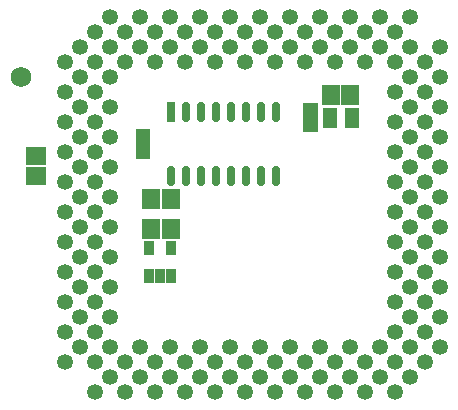
<source format=gbs>
G04 Layer_Color=8150272*
%FSLAX24Y24*%
%MOIN*%
G70*
G01*
G75*
%ADD29R,0.0612X0.0651*%
%ADD30C,0.0530*%
%ADD31C,0.0680*%
%ADD32R,0.0493X0.0651*%
%ADD33R,0.0297X0.0671*%
%ADD34O,0.0297X0.0671*%
%ADD35R,0.0592X0.0651*%
%ADD36R,0.0336X0.0513*%
%ADD37R,0.0480X0.0280*%
%ADD38R,0.0651X0.0612*%
G36*
X29210Y36030D02*
X28730D01*
Y37010D01*
X29210D01*
Y36030D01*
D02*
G37*
G36*
X34790Y36920D02*
X34310D01*
Y37900D01*
X34790D01*
Y36920D01*
D02*
G37*
D29*
X29895Y33700D02*
D03*
X29245D02*
D03*
X29890Y34700D02*
D03*
X29240D02*
D03*
D30*
X38850Y34750D02*
D03*
X37850D02*
D03*
X38850Y35750D02*
D03*
X37850D02*
D03*
X38850Y36750D02*
D03*
X37850D02*
D03*
X38850Y37750D02*
D03*
X37850D02*
D03*
X38850Y38750D02*
D03*
X37850D02*
D03*
X38850Y39750D02*
D03*
X37850Y40750D02*
D03*
Y39750D02*
D03*
X36850Y40750D02*
D03*
Y39750D02*
D03*
X35850Y40750D02*
D03*
Y39750D02*
D03*
X34850Y40750D02*
D03*
Y39750D02*
D03*
X33850Y40750D02*
D03*
Y39750D02*
D03*
X32850Y40750D02*
D03*
Y39750D02*
D03*
X31850Y40750D02*
D03*
Y39750D02*
D03*
X30850Y40750D02*
D03*
Y39750D02*
D03*
X29850Y40750D02*
D03*
Y39750D02*
D03*
X28850Y40750D02*
D03*
Y39750D02*
D03*
X27850Y40750D02*
D03*
X26850Y39750D02*
D03*
X27850D02*
D03*
X26850Y38750D02*
D03*
X27850D02*
D03*
X26850Y37750D02*
D03*
X27850D02*
D03*
X26850Y36750D02*
D03*
X27850D02*
D03*
X26850Y35750D02*
D03*
X27850D02*
D03*
X26850Y34750D02*
D03*
X27850D02*
D03*
X26850Y33750D02*
D03*
X27850D02*
D03*
X26850Y32750D02*
D03*
X27850D02*
D03*
X26850Y31750D02*
D03*
X27850D02*
D03*
X26850Y30750D02*
D03*
X27850D02*
D03*
X26850Y29750D02*
D03*
X27850Y28750D02*
D03*
Y29750D02*
D03*
X28850Y28750D02*
D03*
Y29750D02*
D03*
X29850Y28750D02*
D03*
Y29750D02*
D03*
X30850Y28750D02*
D03*
Y29750D02*
D03*
X31850Y28750D02*
D03*
Y29750D02*
D03*
X32850Y28750D02*
D03*
Y29750D02*
D03*
X33850Y28750D02*
D03*
Y29750D02*
D03*
X34850Y28750D02*
D03*
Y29750D02*
D03*
X35850Y28750D02*
D03*
Y29750D02*
D03*
X36850Y28750D02*
D03*
Y29750D02*
D03*
X37850Y28750D02*
D03*
X38850Y29750D02*
D03*
X37850D02*
D03*
X38850Y30750D02*
D03*
X37850D02*
D03*
X38850Y31750D02*
D03*
X37850D02*
D03*
X38850Y32750D02*
D03*
X37850D02*
D03*
X38850Y33750D02*
D03*
X37850D02*
D03*
X37350Y33250D02*
D03*
X38350D02*
D03*
X37350Y32250D02*
D03*
X38350D02*
D03*
X37350Y31250D02*
D03*
X38350D02*
D03*
X37350Y30250D02*
D03*
X38350D02*
D03*
X37350Y29250D02*
D03*
X38350D02*
D03*
X37350Y28250D02*
D03*
X36350Y29250D02*
D03*
Y28250D02*
D03*
X35350Y29250D02*
D03*
Y28250D02*
D03*
X34350Y29250D02*
D03*
Y28250D02*
D03*
X33350Y29250D02*
D03*
Y28250D02*
D03*
X32350Y29250D02*
D03*
Y28250D02*
D03*
X31350Y29250D02*
D03*
Y28250D02*
D03*
X30350Y29250D02*
D03*
Y28250D02*
D03*
X29350Y29250D02*
D03*
Y28250D02*
D03*
X28350Y29250D02*
D03*
Y28250D02*
D03*
X27350Y29250D02*
D03*
Y28250D02*
D03*
X26350Y29250D02*
D03*
X27350Y30250D02*
D03*
X26350D02*
D03*
X27350Y31250D02*
D03*
X26350D02*
D03*
X27350Y32250D02*
D03*
X26350D02*
D03*
X27350Y33250D02*
D03*
X26350D02*
D03*
X27350Y34250D02*
D03*
X26350D02*
D03*
X27350Y35250D02*
D03*
X26350D02*
D03*
X27350Y36250D02*
D03*
X26350D02*
D03*
X27350Y37250D02*
D03*
X26350D02*
D03*
X27350Y38250D02*
D03*
X26350D02*
D03*
X27350Y39250D02*
D03*
X26350D02*
D03*
X27350Y40250D02*
D03*
X28350Y39250D02*
D03*
Y40250D02*
D03*
X29350Y39250D02*
D03*
Y40250D02*
D03*
X30350Y39250D02*
D03*
Y40250D02*
D03*
X31350Y39250D02*
D03*
Y40250D02*
D03*
X32350Y39250D02*
D03*
Y40250D02*
D03*
X33350Y39250D02*
D03*
Y40250D02*
D03*
X34350Y39250D02*
D03*
Y40250D02*
D03*
X35350Y39250D02*
D03*
Y40250D02*
D03*
X36350Y39250D02*
D03*
Y40250D02*
D03*
X37350Y39250D02*
D03*
Y40250D02*
D03*
X38350Y39250D02*
D03*
X37350Y38250D02*
D03*
X38350D02*
D03*
X37350Y37250D02*
D03*
X38350D02*
D03*
X37350Y36250D02*
D03*
X38350D02*
D03*
X37350Y35250D02*
D03*
X38350D02*
D03*
X37350Y34250D02*
D03*
X38350D02*
D03*
D31*
X24900Y38750D02*
D03*
D32*
X35186Y37400D02*
D03*
X35914D02*
D03*
D33*
X29900Y37600D02*
D03*
D34*
X30400D02*
D03*
X30900D02*
D03*
X31400D02*
D03*
X31900D02*
D03*
X32400D02*
D03*
X32900D02*
D03*
X33400D02*
D03*
X29900Y35474D02*
D03*
X30400D02*
D03*
X30900D02*
D03*
X31400D02*
D03*
X31900D02*
D03*
X32400D02*
D03*
X32900D02*
D03*
X33400D02*
D03*
D35*
X35865Y38150D02*
D03*
X35235D02*
D03*
D36*
X29904Y32128D02*
D03*
X29530D02*
D03*
X29156D02*
D03*
Y33072D02*
D03*
X29904D02*
D03*
D37*
X34550Y37060D02*
D03*
Y37410D02*
D03*
Y37760D02*
D03*
X28970Y36170D02*
D03*
Y36520D02*
D03*
Y36870D02*
D03*
D38*
X25380Y35465D02*
D03*
Y36115D02*
D03*
M02*

</source>
